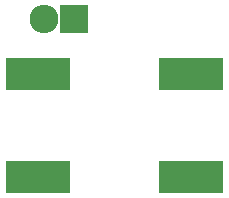
<source format=gbs>
G04 #@! TF.FileFunction,Soldermask,Bot*
%FSLAX46Y46*%
G04 Gerber Fmt 4.6, Leading zero omitted, Abs format (unit mm)*
G04 Created by KiCad (PCBNEW 4.0.2-stable) date Sat 23 Apr 2016 11:16:51 PM AKDT*
%MOMM*%
G01*
G04 APERTURE LIST*
%ADD10C,0.100000*%
%ADD11R,2.432000X2.432000*%
%ADD12O,2.432000X2.432000*%
%ADD13R,5.480000X2.690000*%
G04 APERTURE END LIST*
D10*
D11*
X137540000Y-96000000D03*
D12*
X135000000Y-96000000D03*
D13*
X134500000Y-100620000D03*
X134500000Y-109380000D03*
X147500000Y-109380000D03*
X147500000Y-100620000D03*
M02*

</source>
